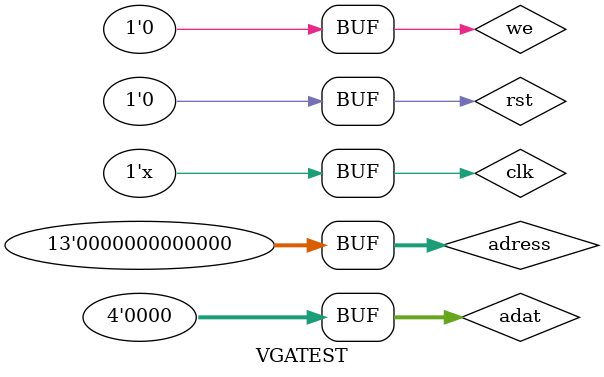
<source format=v>
`timescale 1ns / 1ps


module VGATEST;

	// Inputs
	reg clk;
	reg [3:0] adat;
	reg [12:0] adress;
	reg rst;
	reg we;

	// Outputs
	wire [5:0] RGB;
	wire xhs;
	wire xvs;

	// Instantiate the Unit Under Test (UUT)
	VGA uut (
		.clk(clk), 
		.adat(adat), 
		.adress(adress), 
		.rst(rst), 
		.we(we), 
		.RGB(RGB), 
		.xhs(xhs), 
		.xvs(xvs)
	);

	initial begin
		// Initialize Inputs
		clk = 0;
		adat = 0;
		adress = 0;
		rst = 1;
		we = 0;

		// Wait 100 ns for global reset to finish
		#20;
      rst = 0;
		// Add stimulus here

	end
	always #2
	clk = ~clk;
      
endmodule


</source>
